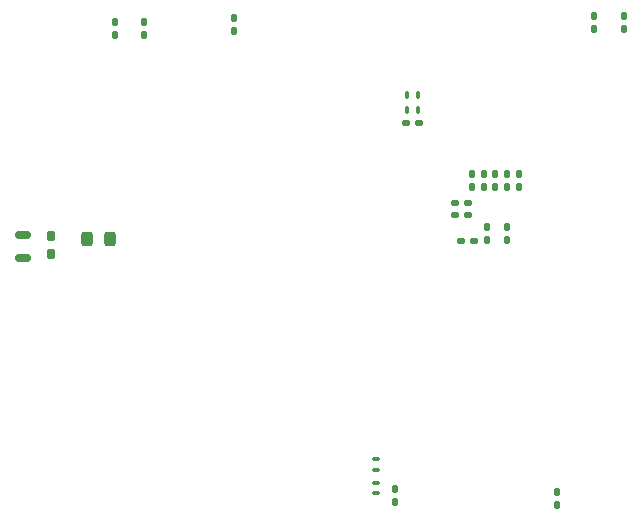
<source format=gbp>
%FSLAX46Y46*%
%MOMM*%
%AMPS18*
1,1,0.500000,-0.250000,0.375000*
1,1,0.500000,-0.250000,-0.375000*
21,1,1.000000,0.750000,0.000000,0.000000,180.000000*
21,1,0.500000,1.250000,0.000000,0.000000,180.000000*
1,1,0.500000,0.250000,0.375000*
1,1,0.500000,0.250000,-0.375000*
%
%ADD18PS18*%
%AMPS10*
1,1,0.240000,0.180000,-0.130000*
1,1,0.240000,0.180000,0.130000*
21,1,0.600000,0.260000,0.000000,0.000000,360.000000*
21,1,0.360000,0.500000,0.000000,0.000000,360.000000*
1,1,0.240000,-0.180000,-0.130000*
1,1,0.240000,-0.180000,0.130000*
%
%ADD10PS10*%
%AMPS17*
1,1,0.240000,-0.130000,-0.180000*
1,1,0.240000,0.130000,-0.180000*
21,1,0.600000,0.260000,0.000000,0.000000,270.000000*
21,1,0.360000,0.500000,0.000000,0.000000,270.000000*
1,1,0.240000,-0.130000,0.180000*
1,1,0.240000,0.130000,0.180000*
%
%ADD17PS17*%
%AMPS14*
1,1,0.240000,-0.180000,0.130000*
1,1,0.240000,-0.180000,-0.130000*
21,1,0.600000,0.260000,0.000000,0.000000,180.000000*
21,1,0.360000,0.500000,0.000000,0.000000,180.000000*
1,1,0.240000,0.180000,0.130000*
1,1,0.240000,0.180000,-0.130000*
%
%ADD14PS14*%
%AMPS11*
1,1,0.240000,0.130000,0.180000*
1,1,0.240000,-0.130000,0.180000*
21,1,0.600000,0.260000,0.000000,0.000000,90.000000*
21,1,0.360000,0.500000,0.000000,0.000000,90.000000*
1,1,0.240000,0.130000,-0.180000*
1,1,0.240000,-0.130000,-0.180000*
%
%ADD11PS11*%
%AMPS16*
1,1,0.340000,-0.480000,-0.180000*
1,1,0.340000,0.480000,-0.180000*
21,1,0.700000,0.960000,0.000000,0.000000,270.000000*
21,1,0.360000,1.300000,0.000000,0.000000,270.000000*
1,1,0.340000,-0.480000,0.180000*
1,1,0.340000,0.480000,0.180000*
%
%ADD16PS16*%
%AMPS12*
1,1,0.360000,-0.195000,-0.220000*
1,1,0.360000,0.195000,-0.220000*
21,1,0.800000,0.390000,0.000000,0.000000,270.000000*
21,1,0.440000,0.750000,0.000000,0.000000,270.000000*
1,1,0.360000,-0.195000,0.220000*
1,1,0.360000,0.195000,0.220000*
%
%ADD12PS12*%
%AMPS13*
1,1,0.200000,-0.100000,0.200000*
1,1,0.200000,-0.100000,-0.200000*
21,1,0.400000,0.400000,0.000000,0.000000,180.000000*
21,1,0.200000,0.600000,0.000000,0.000000,180.000000*
1,1,0.200000,0.100000,0.200000*
1,1,0.200000,0.100000,-0.200000*
%
%ADD13PS13*%
%AMPS15*
1,1,0.200000,0.200000,0.100000*
1,1,0.200000,-0.200000,0.100000*
21,1,0.400000,0.400000,0.000000,0.000000,90.000000*
21,1,0.200000,0.600000,0.000000,0.000000,90.000000*
1,1,0.200000,0.200000,-0.100000*
1,1,0.200000,-0.200000,-0.100000*
%
%ADD15PS15*%
G01*
%LPD*%
G01*
%LPD*%
G75*
D10*
X5200000Y1250000D03*
D10*
X6300000Y1250000D03*
D11*
X-21625000Y18700000D03*
D11*
X-21625000Y19800000D03*
D11*
X8125000Y5825000D03*
D11*
X8125000Y6925000D03*
D10*
X575000Y11250000D03*
D10*
X1675000Y11250000D03*
D12*
X-29476681Y1673331D03*
D12*
X-29476681Y173331D03*
D13*
X675000Y12375000D03*
D13*
X1575000Y12375000D03*
D11*
X-24125000Y18700000D03*
D11*
X-24125000Y19800000D03*
D14*
X5800000Y4500000D03*
D14*
X4700000Y4500000D03*
D11*
X7125000Y5825000D03*
D11*
X7125000Y6925000D03*
D11*
X6125000Y5825000D03*
D11*
X6125000Y6925000D03*
D11*
X16500000Y19200000D03*
D11*
X16500000Y20300000D03*
D11*
X9125000Y5825000D03*
D11*
X9125000Y6925000D03*
D11*
X10125000Y5825000D03*
D11*
X10125000Y6925000D03*
D15*
X-1950000Y-17185000D03*
D15*
X-1950000Y-18085000D03*
D11*
X9125000Y1325000D03*
D11*
X9125000Y2425000D03*
D16*
X-31851681Y-151669D03*
D16*
X-31851681Y1748331D03*
D17*
X7375000Y2425000D03*
D17*
X7375000Y1325000D03*
D18*
X-26476569Y1423347D03*
D18*
X-24476569Y1423347D03*
D13*
X675000Y13625000D03*
D13*
X1575000Y13625000D03*
D11*
X19000000Y19200000D03*
D11*
X19000000Y20300000D03*
D14*
X5800000Y3500000D03*
D14*
X4700000Y3500000D03*
D11*
X13375000Y-21050000D03*
D11*
X13375000Y-19950000D03*
D11*
X-375000Y-20800000D03*
D11*
X-375000Y-19700000D03*
D11*
X-13970000Y19045000D03*
D11*
X-13970000Y20145000D03*
D15*
X-1950000Y-19185000D03*
D15*
X-1950000Y-20085000D03*
M02*

</source>
